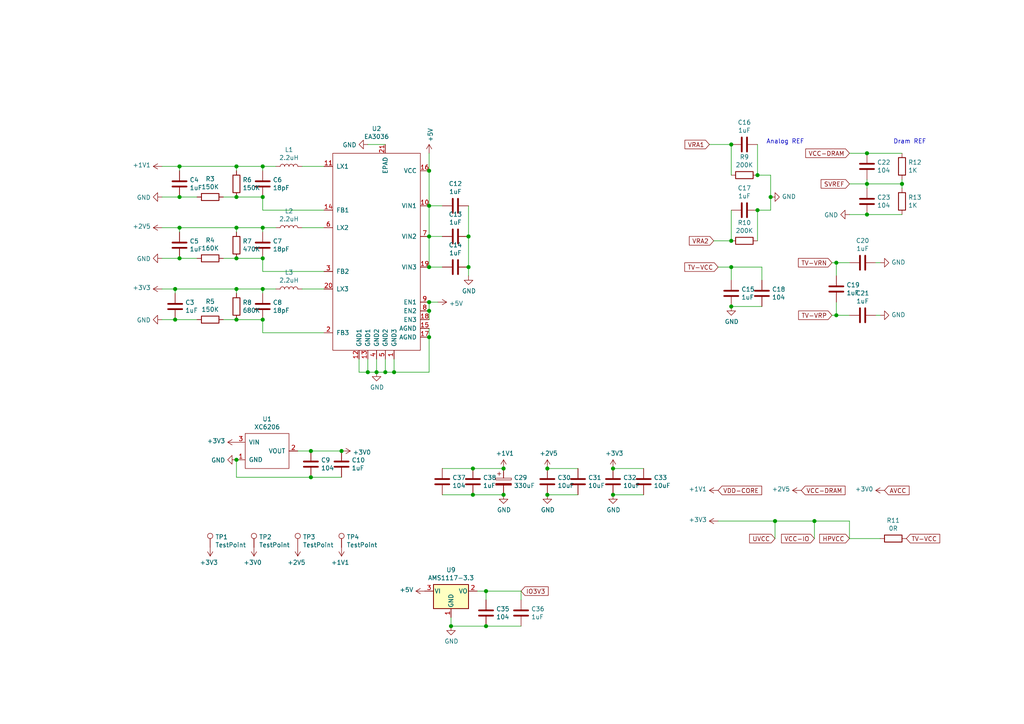
<source format=kicad_sch>
(kicad_sch (version 20210126) (generator eeschema)
  (paper "A4")
  (lib_symbols
    (symbol "Connector:TestPoint" (pin_numbers hide) (pin_names (offset 0.762) hide)
      (property "Reference" "TP" (at 0 6.858 0))
      (property "Value" "TestPoint" (at 0 5.08 0))
      (symbol "TestPoint_0_1"
        (circle (center 0 3.302) (radius 0.762))
      )
      (symbol "TestPoint_1_1"
        (pin passive line (at 0 0 90) (length 2.54) (name "1") (number "1"))
      )
    )
    (symbol "Device:C" (pin_numbers hide) (pin_names (offset 0.254))
      (property "Reference" "C" (at 0.635 2.54 0))
      (property "Value" "C" (at 0.635 -2.54 0))
      (symbol "C_0_1"
        (polyline (pts (xy -2.032 -0.762) (xy 2.032 -0.762)) (stroke (width 0.508)))
        (polyline (pts (xy -2.032 0.762) (xy 2.032 0.762)) (stroke (width 0.508)))
      )
      (symbol "C_1_1"
        (pin passive line (at 0 3.81 270) (length 2.794) (name "~") (number "1"))
        (pin passive line (at 0 -3.81 90) (length 2.794) (name "~") (number "2"))
      )
    )
    (symbol "Device:CP" (pin_numbers hide) (pin_names (offset 0.254))
      (property "Reference" "C" (at 0.635 2.54 0))
      (property "Value" "CP" (at 0.635 -2.54 0))
      (symbol "CP_0_1"
        (rectangle (start -2.286 0.508) (end 2.286 1.016))
        (rectangle (start 2.286 -0.508) (end -2.286 -1.016) (fill (type outline)))
        (polyline (pts (xy -1.778 2.286) (xy -0.762 2.286)))
        (polyline (pts (xy -1.27 2.794) (xy -1.27 1.778)))
      )
      (symbol "CP_1_1"
        (pin passive line (at 0 3.81 270) (length 2.794) (name "~") (number "1"))
        (pin passive line (at 0 -3.81 90) (length 2.794) (name "~") (number "2"))
      )
    )
    (symbol "Device:L" (pin_numbers hide) (pin_names (offset 1.016) hide)
      (property "Reference" "L" (at -1.27 0 90))
      (property "Value" "L" (at 1.905 0 90))
      (symbol "L_0_1"
        (arc (start 0 -2.54) (end 0 -1.27) (radius (at 0 -1.905) (length 0.635) (angles -89.9 89.9)))
        (arc (start 0 -1.27) (end 0 0) (radius (at 0 -0.635) (length 0.635) (angles -89.9 89.9)))
        (arc (start 0 0) (end 0 1.27) (radius (at 0 0.635) (length 0.635) (angles -89.9 89.9)))
        (arc (start 0 1.27) (end 0 2.54) (radius (at 0 1.905) (length 0.635) (angles -89.9 89.9)))
      )
      (symbol "L_1_1"
        (pin passive line (at 0 3.81 270) (length 1.27) (name "1") (number "1"))
        (pin passive line (at 0 -3.81 90) (length 1.27) (name "2") (number "2"))
      )
    )
    (symbol "Device:R" (pin_numbers hide) (pin_names (offset 0))
      (property "Reference" "R" (at 2.032 0 90))
      (property "Value" "R" (at 0 0 90))
      (symbol "R_0_1"
        (rectangle (start -1.016 -2.54) (end 1.016 2.54) (stroke (width 0.254)))
      )
      (symbol "R_1_1"
        (pin passive line (at 0 3.81 270) (length 1.27) (name "~") (number "1"))
        (pin passive line (at 0 -3.81 90) (length 1.27) (name "~") (number "2"))
      )
    )
    (symbol "Regulator_Linear:AMS1117-3.3" (pin_names (offset 0.254))
      (property "Reference" "U" (at -3.81 3.175 0))
      (property "Value" "AMS1117-3.3" (at 0 3.175 0))
      (symbol "AMS1117-3.3_0_1"
        (rectangle (start -5.08 -5.08) (end 5.08 1.905) (stroke (width 0.254)) (fill (type background)))
      )
      (symbol "AMS1117-3.3_1_1"
        (pin power_in line (at 0 -7.62 90) (length 2.54) (name "GND") (number "1"))
        (pin power_out line (at 7.62 0 180) (length 2.54) (name "VO") (number "2"))
        (pin power_in line (at -7.62 0 0) (length 2.54) (name "VI") (number "3"))
      )
    )
    (symbol "allwinner-v3s:EA3036" (pin_names (offset 1.016))
      (property "Reference" "U" (at 15.24 -20.32 0))
      (property "Value" "EA3036" (at 0 11.43 0))
      (symbol "EA3036_0_1"
        (rectangle (start -12.7 38.1) (end 12.7 -19.05))
      )
      (symbol "EA3036_1_1"
        (pin input line (at 5.08 -21.59 90) (length 2.54) (name "GND3") (number "1"))
        (pin input line (at 15.24 22.86 180) (length 2.54) (name "VIN1") (number "10"))
        (pin input line (at -15.24 34.29 0) (length 2.54) (name "LX1") (number "11"))
        (pin input line (at -5.08 -21.59 90) (length 2.54) (name "GND1") (number "12"))
        (pin input line (at -2.54 -21.59 90) (length 2.54) (name "GND1") (number "13"))
        (pin input line (at -15.24 21.59 0) (length 2.54) (name "FB1") (number "14"))
        (pin input line (at 15.24 -12.7 180) (length 2.54) (name "AGND") (number "15"))
        (pin input line (at 15.24 33.02 180) (length 2.54) (name "VCC") (number "16"))
        (pin input line (at 15.24 -15.24 180) (length 2.54) (name "AGND") (number "17"))
        (pin input line (at 15.24 -10.16 180) (length 2.54) (name "EN3") (number "18"))
        (pin input line (at 15.24 5.08 180) (length 2.54) (name "VIN3") (number "19"))
        (pin input line (at -15.24 -13.97 0) (length 2.54) (name "FB3") (number "2"))
        (pin input line (at -15.24 -1.27 0) (length 2.54) (name "LX3") (number "20"))
        (pin input line (at 2.54 40.64 270) (length 2.54) (name "EPAD") (number "21"))
        (pin input line (at -15.24 3.81 0) (length 2.54) (name "FB2") (number "3"))
        (pin input line (at 0 -21.59 90) (length 2.54) (name "GND2") (number "4"))
        (pin input line (at 2.54 -21.59 90) (length 2.54) (name "GND2") (number "5"))
        (pin input line (at -15.24 16.51 0) (length 2.54) (name "LX2") (number "6"))
        (pin input line (at 15.24 13.97 180) (length 2.54) (name "VIN2") (number "7"))
        (pin input line (at 15.24 -7.62 180) (length 2.54) (name "EN2") (number "8"))
        (pin input line (at 15.24 -5.08 180) (length 2.54) (name "EN1") (number "9"))
      )
    )
    (symbol "allwinner-v3s:XC6206" (pin_names (offset 1.016))
      (property "Reference" "U" (at 0 -6.35 0))
      (property "Value" "XC6206" (at 0 -6.35 0))
      (symbol "XC6206_0_1"
        (rectangle (start -6.35 6.35) (end 6.35 -3.81))
      )
      (symbol "XC6206_1_1"
        (pin input line (at -8.89 -1.27 0) (length 2.54) (name "GND") (number "1"))
        (pin input line (at 8.89 1.27 180) (length 2.54) (name "VOUT") (number "2"))
        (pin input line (at -8.89 3.81 0) (length 2.54) (name "VIN") (number "3"))
      )
    )
    (symbol "power:+1V1" (power) (pin_names (offset 0))
      (property "Value" "+1V1" (at 0 3.556 0))
      (symbol "+1V1_0_1"
        (polyline (pts (xy -0.762 1.27) (xy 0 2.54)))
        (polyline (pts (xy 0 0) (xy 0 2.54)))
        (polyline (pts (xy 0 2.54) (xy 0.762 1.27)))
      )
      (symbol "+1V1_1_1"
        (pin power_in line (at 0 0 90) (length 0) hide (name "+1V1") (number "1"))
      )
    )
    (symbol "power:+2V5" (power) (pin_names (offset 0))
      (property "Value" "+2V5" (at 0 3.556 0))
      (symbol "+2V5_0_1"
        (polyline (pts (xy -0.762 1.27) (xy 0 2.54)))
        (polyline (pts (xy 0 0) (xy 0 2.54)))
        (polyline (pts (xy 0 2.54) (xy 0.762 1.27)))
      )
      (symbol "+2V5_1_1"
        (pin power_in line (at 0 0 90) (length 0) hide (name "+2V5") (number "1"))
      )
    )
    (symbol "power:+3V0" (power) (pin_names (offset 0))
      (property "Value" "+3V0" (at 0 3.556 0))
      (symbol "+3V0_0_1"
        (polyline (pts (xy -0.762 1.27) (xy 0 2.54)))
        (polyline (pts (xy 0 0) (xy 0 2.54)))
        (polyline (pts (xy 0 2.54) (xy 0.762 1.27)))
      )
      (symbol "+3V0_1_1"
        (pin power_in line (at 0 0 90) (length 0) hide (name "+3V0") (number "1"))
      )
    )
    (symbol "power:+3V3" (power) (pin_names (offset 0))
      (property "Value" "+3V3" (at 0 3.556 0))
      (symbol "+3V3_0_1"
        (polyline (pts (xy -0.762 1.27) (xy 0 2.54)))
        (polyline (pts (xy 0 0) (xy 0 2.54)))
        (polyline (pts (xy 0 2.54) (xy 0.762 1.27)))
      )
      (symbol "+3V3_1_1"
        (pin power_in line (at 0 0 90) (length 0) hide (name "+3V3") (number "1"))
      )
    )
    (symbol "power:+5V" (power) (pin_names (offset 0))
      (property "Value" "+5V" (at 0 3.556 0))
      (symbol "+5V_0_1"
        (polyline (pts (xy -0.762 1.27) (xy 0 2.54)))
        (polyline (pts (xy 0 0) (xy 0 2.54)))
        (polyline (pts (xy 0 2.54) (xy 0.762 1.27)))
      )
      (symbol "+5V_1_1"
        (pin power_in line (at 0 0 90) (length 0) hide (name "+5V") (number "1"))
      )
    )
    (symbol "power:GND" (power) (pin_names (offset 0))
      (property "Value" "GND" (at 0 -3.81 0))
      (symbol "GND_0_1"
        (polyline (pts (xy 0 0) (xy 0 -1.27) (xy 1.27 -1.27) (xy 0 -2.54) (xy -1.27 -1.27) (xy 0 -1.27)))
      )
      (symbol "GND_1_1"
        (pin power_in line (at 0 0 270) (length 0) hide (name "GND") (number "1"))
      )
    )
  )
  (junction (at 50.8 83.82) (diameter 1.016))
  (junction (at 50.8 92.71) (diameter 1.016))
  (junction (at 52.07 48.26) (diameter 1.016))
  (junction (at 52.07 57.15) (diameter 1.016))
  (junction (at 52.07 66.04) (diameter 1.016))
  (junction (at 52.07 74.93) (diameter 1.016))
  (junction (at 68.58 48.26) (diameter 1.016))
  (junction (at 68.58 57.15) (diameter 1.016))
  (junction (at 68.58 66.04) (diameter 1.016))
  (junction (at 68.58 74.93) (diameter 1.016))
  (junction (at 68.58 83.82) (diameter 1.016))
  (junction (at 68.58 92.71) (diameter 1.016))
  (junction (at 68.58 133.35) (diameter 1.016))
  (junction (at 76.2 48.26) (diameter 1.016))
  (junction (at 76.2 57.15) (diameter 1.016))
  (junction (at 76.2 66.04) (diameter 1.016))
  (junction (at 76.2 74.93) (diameter 1.016))
  (junction (at 76.2 83.82) (diameter 1.016))
  (junction (at 76.2 92.71) (diameter 1.016))
  (junction (at 90.17 130.81) (diameter 1.016))
  (junction (at 90.17 138.43) (diameter 1.016))
  (junction (at 99.06 130.81) (diameter 1.016))
  (junction (at 106.68 107.95) (diameter 1.016))
  (junction (at 109.22 107.95) (diameter 1.016))
  (junction (at 111.76 107.95) (diameter 1.016))
  (junction (at 114.3 107.95) (diameter 1.016))
  (junction (at 124.46 49.53) (diameter 1.016))
  (junction (at 124.46 59.69) (diameter 1.016))
  (junction (at 124.46 68.58) (diameter 1.016))
  (junction (at 124.46 77.47) (diameter 1.016))
  (junction (at 124.46 87.63) (diameter 1.016))
  (junction (at 124.46 90.17) (diameter 1.016))
  (junction (at 124.46 97.79) (diameter 1.016))
  (junction (at 130.81 181.61) (diameter 1.016))
  (junction (at 135.89 68.58) (diameter 1.016))
  (junction (at 135.89 77.47) (diameter 1.016))
  (junction (at 137.16 135.89) (diameter 1.016))
  (junction (at 137.16 143.51) (diameter 1.016))
  (junction (at 140.97 171.45) (diameter 1.016))
  (junction (at 140.97 181.61) (diameter 1.016))
  (junction (at 146.05 135.89) (diameter 1.016))
  (junction (at 146.05 143.51) (diameter 1.016))
  (junction (at 158.75 135.89) (diameter 1.016))
  (junction (at 158.75 143.51) (diameter 1.016))
  (junction (at 177.8 135.89) (diameter 1.016))
  (junction (at 177.8 143.51) (diameter 1.016))
  (junction (at 212.09 41.91) (diameter 1.016))
  (junction (at 212.09 69.85) (diameter 1.016))
  (junction (at 212.09 77.47) (diameter 1.016))
  (junction (at 212.09 88.9) (diameter 1.016))
  (junction (at 219.71 50.8) (diameter 1.016))
  (junction (at 219.71 60.96) (diameter 1.016))
  (junction (at 223.52 57.15) (diameter 1.016))
  (junction (at 224.79 151.13) (diameter 1.016))
  (junction (at 236.22 151.13) (diameter 1.016))
  (junction (at 242.57 76.2) (diameter 1.016))
  (junction (at 242.57 91.44) (diameter 1.016))
  (junction (at 251.46 44.45) (diameter 1.016))
  (junction (at 251.46 53.34) (diameter 1.016))
  (junction (at 251.46 62.23) (diameter 1.016))
  (junction (at 261.62 53.34) (diameter 1.016))
  (wire (pts (xy 46.99 48.26) (xy 52.07 48.26)))
  (wire (pts (xy 46.99 57.15) (xy 52.07 57.15)))
  (wire (pts (xy 46.99 66.04) (xy 52.07 66.04)))
  (wire (pts (xy 46.99 74.93) (xy 52.07 74.93)))
  (wire (pts (xy 46.99 83.82) (xy 50.8 83.82)))
  (wire (pts (xy 46.99 92.71) (xy 50.8 92.71)))
  (wire (pts (xy 50.8 83.82) (xy 50.8 85.09)))
  (wire (pts (xy 50.8 92.71) (xy 57.15 92.71)))
  (wire (pts (xy 52.07 48.26) (xy 52.07 49.53)))
  (wire (pts (xy 52.07 57.15) (xy 57.15 57.15)))
  (wire (pts (xy 52.07 66.04) (xy 68.58 66.04)))
  (wire (pts (xy 52.07 67.31) (xy 52.07 66.04)))
  (wire (pts (xy 57.15 74.93) (xy 52.07 74.93)))
  (wire (pts (xy 64.77 92.71) (xy 68.58 92.71)))
  (wire (pts (xy 68.58 48.26) (xy 52.07 48.26)))
  (wire (pts (xy 68.58 48.26) (xy 68.58 49.53)))
  (wire (pts (xy 68.58 57.15) (xy 64.77 57.15)))
  (wire (pts (xy 68.58 66.04) (xy 68.58 67.31)))
  (wire (pts (xy 68.58 74.93) (xy 64.77 74.93)))
  (wire (pts (xy 68.58 83.82) (xy 50.8 83.82)))
  (wire (pts (xy 68.58 83.82) (xy 68.58 85.09)))
  (wire (pts (xy 68.58 92.71) (xy 76.2 92.71)))
  (wire (pts (xy 68.58 138.43) (xy 68.58 133.35)))
  (wire (pts (xy 68.58 138.43) (xy 90.17 138.43)))
  (wire (pts (xy 76.2 48.26) (xy 68.58 48.26)))
  (wire (pts (xy 76.2 48.26) (xy 80.01 48.26)))
  (wire (pts (xy 76.2 49.53) (xy 76.2 48.26)))
  (wire (pts (xy 76.2 57.15) (xy 68.58 57.15)))
  (wire (pts (xy 76.2 60.96) (xy 76.2 57.15)))
  (wire (pts (xy 76.2 66.04) (xy 68.58 66.04)))
  (wire (pts (xy 76.2 66.04) (xy 76.2 67.31)))
  (wire (pts (xy 76.2 74.93) (xy 68.58 74.93)))
  (wire (pts (xy 76.2 74.93) (xy 76.2 78.74)))
  (wire (pts (xy 76.2 78.74) (xy 93.98 78.74)))
  (wire (pts (xy 76.2 83.82) (xy 68.58 83.82)))
  (wire (pts (xy 76.2 83.82) (xy 76.2 85.09)))
  (wire (pts (xy 76.2 92.71) (xy 76.2 96.52)))
  (wire (pts (xy 76.2 96.52) (xy 93.98 96.52)))
  (wire (pts (xy 80.01 66.04) (xy 76.2 66.04)))
  (wire (pts (xy 80.01 83.82) (xy 76.2 83.82)))
  (wire (pts (xy 87.63 48.26) (xy 93.98 48.26)))
  (wire (pts (xy 87.63 66.04) (xy 93.98 66.04)))
  (wire (pts (xy 90.17 130.81) (xy 86.36 130.81)))
  (wire (pts (xy 93.98 60.96) (xy 76.2 60.96)))
  (wire (pts (xy 93.98 83.82) (xy 87.63 83.82)))
  (wire (pts (xy 99.06 130.81) (xy 90.17 130.81)))
  (wire (pts (xy 99.06 138.43) (xy 90.17 138.43)))
  (wire (pts (xy 104.14 104.14) (xy 104.14 107.95)))
  (wire (pts (xy 104.14 107.95) (xy 106.68 107.95)))
  (wire (pts (xy 106.68 41.91) (xy 111.76 41.91)))
  (wire (pts (xy 106.68 104.14) (xy 106.68 107.95)))
  (wire (pts (xy 106.68 107.95) (xy 109.22 107.95)))
  (wire (pts (xy 109.22 104.14) (xy 109.22 107.95)))
  (wire (pts (xy 111.76 104.14) (xy 111.76 107.95)))
  (wire (pts (xy 111.76 107.95) (xy 109.22 107.95)))
  (wire (pts (xy 114.3 104.14) (xy 114.3 107.95)))
  (wire (pts (xy 114.3 107.95) (xy 111.76 107.95)))
  (wire (pts (xy 124.46 49.53) (xy 124.46 44.45)))
  (wire (pts (xy 124.46 59.69) (xy 124.46 49.53)))
  (wire (pts (xy 124.46 68.58) (xy 124.46 59.69)))
  (wire (pts (xy 124.46 77.47) (xy 124.46 68.58)))
  (wire (pts (xy 124.46 87.63) (xy 124.46 90.17)))
  (wire (pts (xy 124.46 92.71) (xy 124.46 90.17)))
  (wire (pts (xy 124.46 97.79) (xy 124.46 95.25)))
  (wire (pts (xy 124.46 97.79) (xy 124.46 107.95)))
  (wire (pts (xy 124.46 107.95) (xy 114.3 107.95)))
  (wire (pts (xy 127 87.63) (xy 124.46 87.63)))
  (wire (pts (xy 128.27 59.69) (xy 124.46 59.69)))
  (wire (pts (xy 128.27 68.58) (xy 124.46 68.58)))
  (wire (pts (xy 128.27 77.47) (xy 124.46 77.47)))
  (wire (pts (xy 130.81 181.61) (xy 130.81 179.07)))
  (wire (pts (xy 135.89 59.69) (xy 135.89 68.58)))
  (wire (pts (xy 135.89 68.58) (xy 135.89 77.47)))
  (wire (pts (xy 135.89 77.47) (xy 135.89 80.01)))
  (wire (pts (xy 137.16 135.89) (xy 128.27 135.89)))
  (wire (pts (xy 137.16 135.89) (xy 146.05 135.89)))
  (wire (pts (xy 137.16 143.51) (xy 128.27 143.51)))
  (wire (pts (xy 138.43 171.45) (xy 140.97 171.45)))
  (wire (pts (xy 140.97 171.45) (xy 151.13 171.45)))
  (wire (pts (xy 140.97 173.99) (xy 140.97 171.45)))
  (wire (pts (xy 140.97 181.61) (xy 130.81 181.61)))
  (wire (pts (xy 140.97 181.61) (xy 151.13 181.61)))
  (wire (pts (xy 146.05 143.51) (xy 137.16 143.51)))
  (wire (pts (xy 151.13 171.45) (xy 151.13 173.99)))
  (wire (pts (xy 167.64 135.89) (xy 158.75 135.89)))
  (wire (pts (xy 167.64 143.51) (xy 158.75 143.51)))
  (wire (pts (xy 177.8 135.89) (xy 186.69 135.89)))
  (wire (pts (xy 186.69 143.51) (xy 177.8 143.51)))
  (wire (pts (xy 205.74 41.91) (xy 212.09 41.91)))
  (wire (pts (xy 208.28 77.47) (xy 212.09 77.47)))
  (wire (pts (xy 212.09 50.8) (xy 212.09 41.91)))
  (wire (pts (xy 212.09 69.85) (xy 207.01 69.85)))
  (wire (pts (xy 212.09 69.85) (xy 212.09 60.96)))
  (wire (pts (xy 212.09 77.47) (xy 220.98 77.47)))
  (wire (pts (xy 212.09 81.28) (xy 212.09 77.47)))
  (wire (pts (xy 219.71 50.8) (xy 219.71 41.91)))
  (wire (pts (xy 219.71 50.8) (xy 223.52 50.8)))
  (wire (pts (xy 219.71 60.96) (xy 219.71 69.85)))
  (wire (pts (xy 220.98 77.47) (xy 220.98 81.28)))
  (wire (pts (xy 220.98 88.9) (xy 212.09 88.9)))
  (wire (pts (xy 223.52 50.8) (xy 223.52 57.15)))
  (wire (pts (xy 223.52 57.15) (xy 223.52 60.96)))
  (wire (pts (xy 223.52 60.96) (xy 219.71 60.96)))
  (wire (pts (xy 224.79 151.13) (xy 208.28 151.13)))
  (wire (pts (xy 224.79 156.21) (xy 224.79 151.13)))
  (wire (pts (xy 236.22 151.13) (xy 224.79 151.13)))
  (wire (pts (xy 236.22 156.21) (xy 236.22 151.13)))
  (wire (pts (xy 242.57 76.2) (xy 241.3 76.2)))
  (wire (pts (xy 242.57 76.2) (xy 242.57 80.01)))
  (wire (pts (xy 242.57 87.63) (xy 242.57 91.44)))
  (wire (pts (xy 242.57 91.44) (xy 241.3 91.44)))
  (wire (pts (xy 246.38 44.45) (xy 251.46 44.45)))
  (wire (pts (xy 246.38 62.23) (xy 251.46 62.23)))
  (wire (pts (xy 246.38 76.2) (xy 242.57 76.2)))
  (wire (pts (xy 246.38 91.44) (xy 242.57 91.44)))
  (wire (pts (xy 246.38 151.13) (xy 236.22 151.13)))
  (wire (pts (xy 246.38 156.21) (xy 246.38 151.13)))
  (wire (pts (xy 251.46 44.45) (xy 261.62 44.45)))
  (wire (pts (xy 251.46 52.07) (xy 251.46 53.34)))
  (wire (pts (xy 251.46 53.34) (xy 246.38 53.34)))
  (wire (pts (xy 251.46 53.34) (xy 251.46 54.61)))
  (wire (pts (xy 251.46 53.34) (xy 261.62 53.34)))
  (wire (pts (xy 251.46 62.23) (xy 261.62 62.23)))
  (wire (pts (xy 254 76.2) (xy 255.27 76.2)))
  (wire (pts (xy 255.27 91.44) (xy 254 91.44)))
  (wire (pts (xy 255.27 156.21) (xy 246.38 156.21)))
  (wire (pts (xy 261.62 52.07) (xy 261.62 53.34)))
  (wire (pts (xy 261.62 53.34) (xy 261.62 54.61)))
  (text "Analog REF" (at 222.25 41.91 0) (effects (font (size 1.27 1.27)) (justify left bottom)))
  (text "Dram REF\n" (at 259.08 41.91 0) (effects (font (size 1.27 1.27)) (justify left bottom)))
  (global_label "IO3V3" (shape input) (at 151.13 171.45 0) (property "Intersheet References" "${INTERSHEET_REFS}" (effects hide)))
  (global_label "VRA1" (shape input) (at 205.74 41.91 180) (property "Intersheet References" "${INTERSHEET_REFS}" (effects hide)))
  (global_label "VRA2" (shape input) (at 207.01 69.85 180) (property "Intersheet References" "${INTERSHEET_REFS}" (effects hide)))
  (global_label "TV-VCC" (shape input) (at 208.28 77.47 180) (property "Intersheet References" "${INTERSHEET_REFS}" (effects hide)))
  (global_label "VDD-CORE" (shape input) (at 208.28 142.24 0) (property "Intersheet References" "${INTERSHEET_REFS}" (effects hide)))
  (global_label "UVCC" (shape input) (at 224.79 156.21 180) (property "Intersheet References" "${INTERSHEET_REFS}" (effects hide)))
  (global_label "VCC-DRAM" (shape input) (at 232.41 142.24 0) (property "Intersheet References" "${INTERSHEET_REFS}" (effects hide)))
  (global_label "VCC-IO" (shape input) (at 236.22 156.21 180) (property "Intersheet References" "${INTERSHEET_REFS}" (effects hide)))
  (global_label "TV-VRN" (shape input) (at 241.3 76.2 180) (property "Intersheet References" "${INTERSHEET_REFS}" (effects hide)))
  (global_label "TV-VRP" (shape input) (at 241.3 91.44 180) (property "Intersheet References" "${INTERSHEET_REFS}" (effects hide)))
  (global_label "VCC-DRAM" (shape input) (at 246.38 44.45 180) (property "Intersheet References" "${INTERSHEET_REFS}" (effects hide)))
  (global_label "SVREF" (shape input) (at 246.38 53.34 180) (property "Intersheet References" "${INTERSHEET_REFS}" (effects hide)))
  (global_label "HPVCC" (shape input) (at 246.38 156.21 180) (property "Intersheet References" "${INTERSHEET_REFS}" (effects hide)))
  (global_label "AVCC" (shape input) (at 256.54 142.24 0) (property "Intersheet References" "${INTERSHEET_REFS}" (effects hide)))
  (global_label "TV-VCC" (shape input) (at 262.89 156.21 0) (property "Intersheet References" "${INTERSHEET_REFS}" (effects hide)))
  (symbol (lib_id "Connector:TestPoint") (at 60.96 158.75 0) (unit 1)
    (property "Reference" "TP1" (at 62.4332 155.7528 0) (effects (justify left)))
    (property "Value" "TestPoint" (at 62.4332 158.0642 0) (effects (justify left)))
    (property "Footprint" "TestPoint:TestPoint_Pad_D1.5mm" (effects hide))
  )
  (symbol (lib_id "Connector:TestPoint") (at 73.66 158.75 0) (unit 1)
    (property "Reference" "TP2" (at 75.1332 155.7528 0) (effects (justify left)))
    (property "Value" "TestPoint" (at 75.1332 158.0642 0) (effects (justify left)))
    (property "Footprint" "TestPoint:TestPoint_Pad_D1.5mm" (effects hide))
  )
  (symbol (lib_id "Connector:TestPoint") (at 86.36 158.75 0) (unit 1)
    (property "Reference" "TP3" (at 87.8332 155.7528 0) (effects (justify left)))
    (property "Value" "TestPoint" (at 87.8332 158.0642 0) (effects (justify left)))
    (property "Footprint" "TestPoint:TestPoint_Pad_D1.5mm" (effects hide))
  )
  (symbol (lib_id "Connector:TestPoint") (at 99.06 158.75 0) (unit 1)
    (property "Reference" "TP4" (at 100.5332 155.7528 0) (effects (justify left)))
    (property "Value" "TestPoint" (at 100.5332 158.0642 0) (effects (justify left)))
    (property "Footprint" "TestPoint:TestPoint_Pad_D1.5mm" (effects hide))
  )
  (symbol (lib_id "power:+1V1") (at 46.99 48.26 90) (unit 1)
    (property "Reference" "#PWR0113" (effects hide))
    (property "Value" "+1V1" (at 43.7388 47.879 90) (effects (justify left)))
  )
  (symbol (lib_id "power:+2V5") (at 46.99 66.04 90) (unit 1)
    (property "Reference" "#PWR0109" (effects hide))
    (property "Value" "+2V5" (at 43.7388 65.659 90) (effects (justify left)))
  )
  (symbol (lib_id "power:+3V3") (at 46.99 83.82 90) (unit 1)
    (property "Reference" "#PWR0108" (effects hide))
    (property "Value" "+3V3" (at 43.7388 83.439 90) (effects (justify left)))
  )
  (symbol (lib_id "power:+3V3") (at 60.96 158.75 180) (unit 1)
    (property "Reference" "#PWR0177" (effects hide))
    (property "Value" "+3V3" (at 60.579 163.1442 0))
  )
  (symbol (lib_id "power:+3V3") (at 68.58 128.27 90) (unit 1)
    (property "Reference" "#PWR0126" (effects hide))
    (property "Value" "+3V3" (at 65.3288 127.889 90) (effects (justify left)))
  )
  (symbol (lib_id "power:+3V0") (at 73.66 158.75 180) (unit 1)
    (property "Reference" "#PWR0176" (effects hide))
    (property "Value" "+3V0" (at 73.279 163.1442 0))
  )
  (symbol (lib_id "power:+2V5") (at 86.36 158.75 180) (unit 1)
    (property "Reference" "#PWR0178" (effects hide))
    (property "Value" "+2V5" (at 85.979 163.1442 0))
  )
  (symbol (lib_id "power:+3V0") (at 99.06 130.81 270) (unit 1)
    (property "Reference" "#PWR0128" (effects hide))
    (property "Value" "+3V0" (at 102.3112 131.191 90) (effects (justify left)))
  )
  (symbol (lib_id "power:+1V1") (at 99.06 158.75 180) (unit 1)
    (property "Reference" "#PWR0179" (effects hide))
    (property "Value" "+1V1" (at 98.679 163.1442 0))
  )
  (symbol (lib_id "power:+5V") (at 123.19 171.45 90) (unit 1)
    (property "Reference" "#PWR0182" (effects hide))
    (property "Value" "+5V" (at 119.9388 171.069 90) (effects (justify left)))
  )
  (symbol (lib_id "power:+5V") (at 124.46 44.45 0) (unit 1)
    (property "Reference" "#PWR0105" (effects hide))
    (property "Value" "+5V" (at 124.841 41.1988 90) (effects (justify left)))
  )
  (symbol (lib_id "power:+5V") (at 127 87.63 270) (unit 1)
    (property "Reference" "#PWR0106" (effects hide))
    (property "Value" "+5V" (at 130.2512 88.011 90) (effects (justify left)))
  )
  (symbol (lib_id "power:+1V1") (at 146.05 135.89 0) (unit 1)
    (property "Reference" "#PWR0170" (effects hide))
    (property "Value" "+1V1" (at 146.431 131.4958 0))
  )
  (symbol (lib_id "power:+2V5") (at 158.75 135.89 0) (unit 1)
    (property "Reference" "#PWR0171" (effects hide))
    (property "Value" "+2V5" (at 159.131 131.4958 0))
  )
  (symbol (lib_id "power:+3V3") (at 177.8 135.89 0) (unit 1)
    (property "Reference" "#PWR0172" (effects hide))
    (property "Value" "+3V3" (at 178.181 131.4958 0))
  )
  (symbol (lib_id "power:+1V1") (at 208.28 142.24 90) (unit 1)
    (property "Reference" "#PWR0121" (effects hide))
    (property "Value" "+1V1" (at 205.0288 141.859 90) (effects (justify left)))
  )
  (symbol (lib_id "power:+3V3") (at 208.28 151.13 90) (unit 1)
    (property "Reference" "#PWR0120" (effects hide))
    (property "Value" "+3V3" (at 205.0288 150.749 90) (effects (justify left)))
  )
  (symbol (lib_id "power:+2V5") (at 232.41 142.24 90) (unit 1)
    (property "Reference" "#PWR0122" (effects hide))
    (property "Value" "+2V5" (at 229.1588 141.859 90) (effects (justify left)))
  )
  (symbol (lib_id "power:+3V0") (at 256.54 142.24 90) (unit 1)
    (property "Reference" "#PWR0125" (effects hide))
    (property "Value" "+3V0" (at 253.2888 141.859 90) (effects (justify left)))
  )
  (symbol (lib_id "Device:L") (at 83.82 48.26 90) (unit 1)
    (property "Reference" "L1" (at 83.82 43.434 90))
    (property "Value" "2.2uH" (at 83.82 45.7454 90))
    (property "Footprint" "Inductor_SMD:L_Abracon_ASPI-3012S" (effects hide))
  )
  (symbol (lib_id "Device:L") (at 83.82 66.04 90) (unit 1)
    (property "Reference" "L2" (at 83.82 61.214 90))
    (property "Value" "2.2uH" (at 83.82 63.5254 90))
    (property "Footprint" "Inductor_SMD:L_Abracon_ASPI-3012S" (effects hide))
  )
  (symbol (lib_id "Device:L") (at 83.82 83.82 90) (unit 1)
    (property "Reference" "L3" (at 83.82 78.994 90))
    (property "Value" "2.2uH" (at 83.82 81.3054 90))
    (property "Footprint" "Inductor_SMD:L_Abracon_ASPI-3012S" (effects hide))
  )
  (symbol (lib_id "power:GND") (at 46.99 57.15 270) (unit 1)
    (property "Reference" "#PWR0112" (effects hide))
    (property "Value" "GND" (at 43.7388 57.277 90) (effects (justify right)))
  )
  (symbol (lib_id "power:GND") (at 46.99 74.93 270) (unit 1)
    (property "Reference" "#PWR0111" (effects hide))
    (property "Value" "GND" (at 43.7388 75.057 90) (effects (justify right)))
  )
  (symbol (lib_id "power:GND") (at 46.99 92.71 270) (unit 1)
    (property "Reference" "#PWR0110" (effects hide))
    (property "Value" "GND" (at 43.7388 92.837 90) (effects (justify right)))
  )
  (symbol (lib_id "power:GND") (at 68.58 133.35 270) (unit 1)
    (property "Reference" "#PWR0127" (effects hide))
    (property "Value" "GND" (at 65.3288 133.477 90) (effects (justify right)))
  )
  (symbol (lib_id "power:GND") (at 106.68 41.91 270) (unit 1)
    (property "Reference" "#PWR0103" (effects hide))
    (property "Value" "GND" (at 103.4288 42.037 90) (effects (justify right)))
  )
  (symbol (lib_id "power:GND") (at 109.22 107.95 0) (unit 1)
    (property "Reference" "#PWR0107" (effects hide))
    (property "Value" "GND" (at 109.347 112.3442 0))
  )
  (symbol (lib_id "power:GND") (at 130.81 181.61 0) (unit 1)
    (property "Reference" "#PWR0183" (effects hide))
    (property "Value" "GND" (at 130.937 186.0042 0))
  )
  (symbol (lib_id "power:GND") (at 135.89 80.01 0) (unit 1)
    (property "Reference" "#PWR0104" (effects hide))
    (property "Value" "GND" (at 136.017 84.4042 0))
  )
  (symbol (lib_id "power:GND") (at 146.05 143.51 0) (unit 1)
    (property "Reference" "#PWR0175" (effects hide))
    (property "Value" "GND" (at 146.177 147.9042 0))
  )
  (symbol (lib_id "power:GND") (at 158.75 143.51 0) (unit 1)
    (property "Reference" "#PWR0173" (effects hide))
    (property "Value" "GND" (at 158.877 147.9042 0))
  )
  (symbol (lib_id "power:GND") (at 177.8 143.51 0) (unit 1)
    (property "Reference" "#PWR0174" (effects hide))
    (property "Value" "GND" (at 177.927 147.9042 0))
  )
  (symbol (lib_id "power:GND") (at 212.09 88.9 0) (unit 1)
    (property "Reference" "#PWR0116" (effects hide))
    (property "Value" "GND" (at 212.217 93.2942 0))
  )
  (symbol (lib_id "power:GND") (at 223.52 57.15 90) (unit 1)
    (property "Reference" "#PWR0102" (effects hide))
    (property "Value" "GND" (at 226.7712 57.023 90) (effects (justify right)))
  )
  (symbol (lib_id "power:GND") (at 246.38 62.23 270) (unit 1)
    (property "Reference" "#PWR0101" (effects hide))
    (property "Value" "GND" (at 243.1288 62.357 90) (effects (justify right)))
  )
  (symbol (lib_id "power:GND") (at 255.27 76.2 90) (unit 1)
    (property "Reference" "#PWR0114" (effects hide))
    (property "Value" "GND" (at 258.5212 76.073 90) (effects (justify right)))
  )
  (symbol (lib_id "power:GND") (at 255.27 91.44 90) (unit 1)
    (property "Reference" "#PWR0115" (effects hide))
    (property "Value" "GND" (at 258.5212 91.313 90) (effects (justify right)))
  )
  (symbol (lib_id "Device:R") (at 60.96 57.15 270) (unit 1)
    (property "Reference" "R3" (at 60.96 51.8922 90))
    (property "Value" "150K" (at 60.96 54.2036 90))
    (property "Footprint" "Resistor_SMD:R_0603_1608Metric" (effects hide))
  )
  (symbol (lib_id "Device:R") (at 60.96 74.93 270) (unit 1)
    (property "Reference" "R4" (at 60.96 69.6722 90))
    (property "Value" "160K" (at 60.96 71.9836 90))
    (property "Footprint" "Resistor_SMD:R_0603_1608Metric" (effects hide))
  )
  (symbol (lib_id "Device:R") (at 60.96 92.71 270) (unit 1)
    (property "Reference" "R5" (at 60.96 87.4522 90))
    (property "Value" "150K" (at 60.96 89.7636 90))
    (property "Footprint" "Resistor_SMD:R_0603_1608Metric" (effects hide))
  )
  (symbol (lib_id "Device:R") (at 68.58 53.34 0) (unit 1)
    (property "Reference" "R6" (at 70.358 52.1716 0) (effects (justify left)))
    (property "Value" "150K" (at 70.358 54.483 0) (effects (justify left)))
    (property "Footprint" "Resistor_SMD:R_0603_1608Metric" (effects hide))
  )
  (symbol (lib_id "Device:R") (at 68.58 71.12 0) (unit 1)
    (property "Reference" "R7" (at 70.358 69.9516 0) (effects (justify left)))
    (property "Value" "470K" (at 70.358 72.263 0) (effects (justify left)))
    (property "Footprint" "Resistor_SMD:R_0603_1608Metric" (effects hide))
  )
  (symbol (lib_id "Device:R") (at 68.58 88.9 0) (unit 1)
    (property "Reference" "R8" (at 70.358 87.7316 0) (effects (justify left)))
    (property "Value" "680K" (at 70.358 90.043 0) (effects (justify left)))
    (property "Footprint" "Resistor_SMD:R_0603_1608Metric" (effects hide))
  )
  (symbol (lib_id "Device:R") (at 215.9 50.8 270) (unit 1)
    (property "Reference" "R9" (at 215.9 45.5422 90))
    (property "Value" "200K" (at 215.9 47.8536 90))
    (property "Footprint" "Resistor_SMD:R_0603_1608Metric" (effects hide))
  )
  (symbol (lib_id "Device:R") (at 215.9 69.85 270) (unit 1)
    (property "Reference" "R10" (at 215.9 64.5922 90))
    (property "Value" "200K" (at 215.9 66.9036 90))
    (property "Footprint" "Resistor_SMD:R_0603_1608Metric" (effects hide))
  )
  (symbol (lib_id "Device:R") (at 259.08 156.21 270) (unit 1)
    (property "Reference" "R11" (at 259.08 150.9522 90))
    (property "Value" "0R" (at 259.08 153.2636 90))
    (property "Footprint" "Resistor_SMD:R_0603_1608Metric" (effects hide))
  )
  (symbol (lib_id "Device:R") (at 261.62 48.26 0) (unit 1)
    (property "Reference" "R12" (at 263.398 47.0916 0) (effects (justify left)))
    (property "Value" "1K" (at 263.398 49.403 0) (effects (justify left)))
    (property "Footprint" "Resistor_SMD:R_0603_1608Metric" (effects hide))
  )
  (symbol (lib_id "Device:R") (at 261.62 58.42 0) (unit 1)
    (property "Reference" "R13" (at 263.398 57.2516 0) (effects (justify left)))
    (property "Value" "1K" (at 263.398 59.563 0) (effects (justify left)))
    (property "Footprint" "Resistor_SMD:R_0603_1608Metric" (effects hide))
  )
  (symbol (lib_id "Device:C") (at 50.8 88.9 0) (unit 1)
    (property "Reference" "C3" (at 53.721 87.7316 0) (effects (justify left)))
    (property "Value" "1uF" (at 53.721 90.043 0) (effects (justify left)))
    (property "Footprint" "Capacitor_SMD:C_0603_1608Metric" (effects hide))
  )
  (symbol (lib_id "Device:C") (at 52.07 53.34 0) (unit 1)
    (property "Reference" "C4" (at 54.991 52.1716 0) (effects (justify left)))
    (property "Value" "1uF" (at 54.991 54.483 0) (effects (justify left)))
    (property "Footprint" "Capacitor_SMD:C_0603_1608Metric" (effects hide))
  )
  (symbol (lib_id "Device:C") (at 52.07 71.12 0) (unit 1)
    (property "Reference" "C5" (at 54.991 69.9516 0) (effects (justify left)))
    (property "Value" "1uF" (at 54.991 72.263 0) (effects (justify left)))
    (property "Footprint" "Capacitor_SMD:C_0603_1608Metric" (effects hide))
  )
  (symbol (lib_id "Device:C") (at 76.2 53.34 0) (unit 1)
    (property "Reference" "C6" (at 79.121 52.1716 0) (effects (justify left)))
    (property "Value" "18pF" (at 79.121 54.483 0) (effects (justify left)))
    (property "Footprint" "Capacitor_SMD:C_0603_1608Metric" (effects hide))
  )
  (symbol (lib_id "Device:C") (at 76.2 71.12 0) (unit 1)
    (property "Reference" "C7" (at 79.121 69.9516 0) (effects (justify left)))
    (property "Value" "18pF" (at 79.121 72.263 0) (effects (justify left)))
    (property "Footprint" "Capacitor_SMD:C_0603_1608Metric" (effects hide))
  )
  (symbol (lib_id "Device:C") (at 76.2 88.9 0) (unit 1)
    (property "Reference" "C8" (at 79.121 87.7316 0) (effects (justify left)))
    (property "Value" "18pF" (at 79.121 90.043 0) (effects (justify left)))
    (property "Footprint" "Capacitor_SMD:C_0603_1608Metric" (effects hide))
  )
  (symbol (lib_id "Device:C") (at 90.17 134.62 0) (unit 1)
    (property "Reference" "C9" (at 93.091 133.4516 0) (effects (justify left)))
    (property "Value" "104" (at 93.091 135.763 0) (effects (justify left)))
    (property "Footprint" "Capacitor_SMD:C_0603_1608Metric" (effects hide))
  )
  (symbol (lib_id "Device:C") (at 99.06 134.62 0) (unit 1)
    (property "Reference" "C10" (at 101.981 133.4516 0) (effects (justify left)))
    (property "Value" "1uF" (at 101.981 135.763 0) (effects (justify left)))
    (property "Footprint" "Capacitor_SMD:C_0603_1608Metric" (effects hide))
  )
  (symbol (lib_id "Device:C") (at 128.27 139.7 0) (unit 1)
    (property "Reference" "C37" (at 131.191 138.5316 0) (effects (justify left)))
    (property "Value" "104" (at 131.191 140.843 0) (effects (justify left)))
    (property "Footprint" "Capacitor_SMD:C_0603_1608Metric" (effects hide))
  )
  (symbol (lib_id "Device:C") (at 132.08 59.69 270) (unit 1)
    (property "Reference" "C12" (at 132.08 53.2892 90))
    (property "Value" "1uF" (at 132.08 55.6006 90))
    (property "Footprint" "Capacitor_SMD:C_0603_1608Metric" (effects hide))
  )
  (symbol (lib_id "Device:C") (at 132.08 68.58 270) (unit 1)
    (property "Reference" "C13" (at 132.08 62.1792 90))
    (property "Value" "1uF" (at 132.08 64.4906 90))
    (property "Footprint" "Capacitor_SMD:C_0603_1608Metric" (effects hide))
  )
  (symbol (lib_id "Device:C") (at 132.08 77.47 270) (unit 1)
    (property "Reference" "C14" (at 132.08 71.0692 90))
    (property "Value" "1uF" (at 132.08 73.3806 90))
    (property "Footprint" "Capacitor_SMD:C_0603_1608Metric" (effects hide))
  )
  (symbol (lib_id "Device:C") (at 137.16 139.7 0) (unit 1)
    (property "Reference" "C38" (at 140.081 138.5316 0) (effects (justify left)))
    (property "Value" "1uF" (at 140.081 140.843 0) (effects (justify left)))
    (property "Footprint" "Capacitor_SMD:C_0603_1608Metric" (effects hide))
  )
  (symbol (lib_id "Device:C") (at 140.97 177.8 0) (unit 1)
    (property "Reference" "C35" (at 143.891 176.6316 0) (effects (justify left)))
    (property "Value" "104" (at 143.891 178.943 0) (effects (justify left)))
    (property "Footprint" "Capacitor_SMD:C_0603_1608Metric" (effects hide))
  )
  (symbol (lib_id "Device:CP") (at 146.05 139.7 0) (unit 1)
    (property "Reference" "C29" (at 149.0472 138.5316 0) (effects (justify left)))
    (property "Value" "330uF" (at 149.0472 140.843 0) (effects (justify left)))
    (property "Footprint" "Capacitor_Tantalum_SMD:CP_EIA-7343-15_Kemet-W" (effects hide))
  )
  (symbol (lib_id "Device:C") (at 151.13 177.8 0) (unit 1)
    (property "Reference" "C36" (at 154.051 176.6316 0) (effects (justify left)))
    (property "Value" "1uF" (at 154.051 178.943 0) (effects (justify left)))
    (property "Footprint" "Capacitor_SMD:C_0603_1608Metric" (effects hide))
  )
  (symbol (lib_id "Device:C") (at 158.75 139.7 0) (unit 1)
    (property "Reference" "C30" (at 161.671 138.5316 0) (effects (justify left)))
    (property "Value" "10uF" (at 161.671 140.843 0) (effects (justify left)))
    (property "Footprint" "Capacitor_SMD:C_0805_2012Metric" (effects hide))
  )
  (symbol (lib_id "Device:C") (at 167.64 139.7 0) (unit 1)
    (property "Reference" "C31" (at 170.561 138.5316 0) (effects (justify left)))
    (property "Value" "10uF" (at 170.561 140.843 0) (effects (justify left)))
    (property "Footprint" "Capacitor_SMD:C_0805_2012Metric" (effects hide))
  )
  (symbol (lib_id "Device:C") (at 177.8 139.7 0) (unit 1)
    (property "Reference" "C32" (at 180.721 138.5316 0) (effects (justify left)))
    (property "Value" "10uF" (at 180.721 140.843 0) (effects (justify left)))
    (property "Footprint" "Capacitor_SMD:C_0805_2012Metric" (effects hide))
  )
  (symbol (lib_id "Device:C") (at 186.69 139.7 0) (unit 1)
    (property "Reference" "C33" (at 189.611 138.5316 0) (effects (justify left)))
    (property "Value" "10uF" (at 189.611 140.843 0) (effects (justify left)))
    (property "Footprint" "Capacitor_SMD:C_0805_2012Metric" (effects hide))
  )
  (symbol (lib_id "Device:C") (at 212.09 85.09 180) (unit 1)
    (property "Reference" "C15" (at 215.011 83.9216 0) (effects (justify right)))
    (property "Value" "1uF" (at 215.011 86.233 0) (effects (justify right)))
    (property "Footprint" "Capacitor_SMD:C_0603_1608Metric" (effects hide))
  )
  (symbol (lib_id "Device:C") (at 215.9 41.91 270) (unit 1)
    (property "Reference" "C16" (at 215.9 35.5092 90))
    (property "Value" "1uF" (at 215.9 37.8206 90))
    (property "Footprint" "Capacitor_SMD:C_0603_1608Metric" (effects hide))
  )
  (symbol (lib_id "Device:C") (at 215.9 60.96 270) (unit 1)
    (property "Reference" "C17" (at 215.9 54.5592 90))
    (property "Value" "1uF" (at 215.9 56.8706 90))
    (property "Footprint" "Capacitor_SMD:C_0603_1608Metric" (effects hide))
  )
  (symbol (lib_id "Device:C") (at 220.98 85.09 180) (unit 1)
    (property "Reference" "C18" (at 223.901 83.9216 0) (effects (justify right)))
    (property "Value" "104" (at 223.901 86.233 0) (effects (justify right)))
    (property "Footprint" "Capacitor_SMD:C_0603_1608Metric" (effects hide))
  )
  (symbol (lib_id "Device:C") (at 242.57 83.82 180) (unit 1)
    (property "Reference" "C19" (at 245.491 82.6516 0) (effects (justify right)))
    (property "Value" "1uF" (at 245.491 84.963 0) (effects (justify right)))
    (property "Footprint" "Capacitor_SMD:C_0603_1608Metric" (effects hide))
  )
  (symbol (lib_id "Device:C") (at 250.19 76.2 270) (unit 1)
    (property "Reference" "C20" (at 250.19 69.7992 90))
    (property "Value" "1uF" (at 250.19 72.1106 90))
    (property "Footprint" "Capacitor_SMD:C_0603_1608Metric" (effects hide))
  )
  (symbol (lib_id "Device:C") (at 250.19 91.44 270) (unit 1)
    (property "Reference" "C21" (at 250.19 85.0392 90))
    (property "Value" "1uF" (at 250.19 87.3506 90))
    (property "Footprint" "Capacitor_SMD:C_0603_1608Metric" (effects hide))
  )
  (symbol (lib_id "Device:C") (at 251.46 48.26 0) (unit 1)
    (property "Reference" "C22" (at 254.381 47.0916 0) (effects (justify left)))
    (property "Value" "104" (at 254.381 49.403 0) (effects (justify left)))
    (property "Footprint" "Capacitor_SMD:C_0603_1608Metric" (effects hide))
  )
  (symbol (lib_id "Device:C") (at 251.46 58.42 0) (unit 1)
    (property "Reference" "C23" (at 254.381 57.2516 0) (effects (justify left)))
    (property "Value" "104" (at 254.381 59.563 0) (effects (justify left)))
    (property "Footprint" "Capacitor_SMD:C_0603_1608Metric" (effects hide))
  )
  (symbol (lib_id "Regulator_Linear:AMS1117-3.3") (at 130.81 171.45 0) (unit 1)
    (property "Reference" "U9" (at 130.81 165.3032 0))
    (property "Value" "AMS1117-3.3" (at 130.81 167.6146 0))
    (property "Footprint" "Package_TO_SOT_SMD:SOT-223-3_TabPin2" (effects hide))
    (property "Datasheet" "http://www.advanced-monolithic.com/pdf/ds1117.pdf" (effects hide))
  )
  (symbol (lib_id "allwinner-v3s:XC6206") (at 77.47 132.08 0) (unit 1)
    (property "Reference" "U1" (at 77.47 121.539 0))
    (property "Value" "XC6206" (at 77.47 123.8504 0))
    (property "Footprint" "Package_TO_SOT_SMD:SC-59_Handsoldering" (effects hide))
  )
  (symbol (lib_id "allwinner-v3s:EA3036") (at 109.22 82.55 0) (unit 1)
    (property "Reference" "U2" (at 109.22 37.3126 0))
    (property "Value" "EA3036" (at 109.22 39.624 0))
    (property "Footprint" "Package_DFN_QFN:QFN-20-1EP_3x3mm_P0.45mm_EP1.6x1.6mm_ThermalVias" (effects hide))
  )
)
</source>
